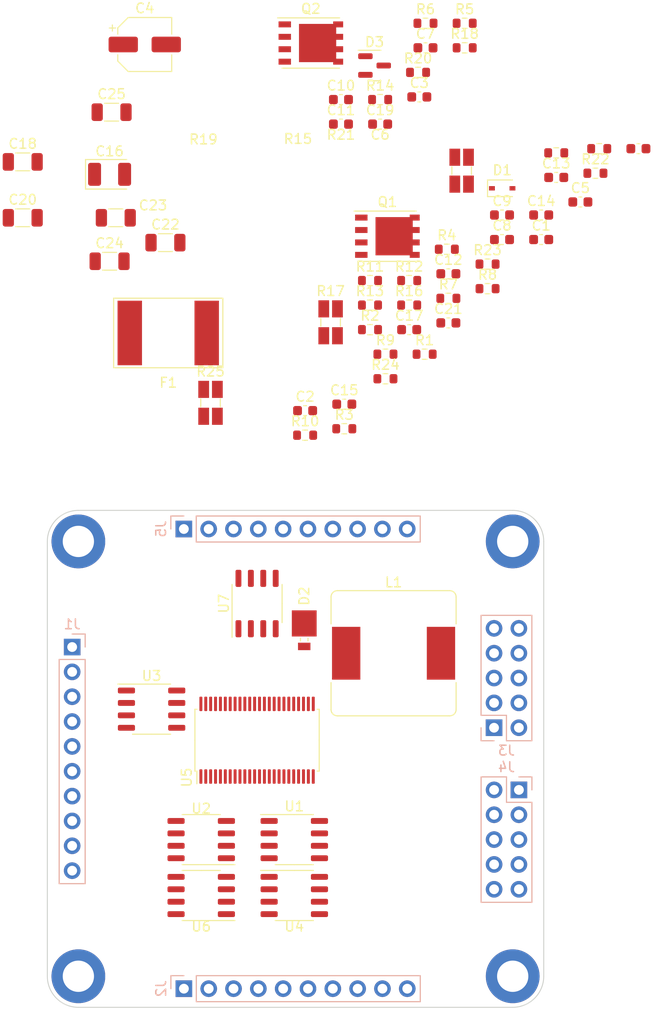
<source format=kicad_pcb>
(kicad_pcb (version 20211014) (generator pcbnew)
  (layers (0 "F.Cu" signal) (31 "B.Cu" signal) (34 "B.Paste" user) (35 "F.Paste" user) (36 "B.SilkS" user "B.Silkscreen") (37 "F.SilkS" user "F.Silkscreen") (38 "B.Mask" user) (39 "F.Mask" user) (44 "Edge.Cuts" user))
  (net 0 "")
  (net 1 "Net-(C1-Pad1)")
  (net 2 "/GND")
  (net 3 "Net-(C2-Pad1)")
  (net 4 "Net-(C3-Pad1)")
  (net 5 "/Vin")
  (net 6 "/MODE")
  (net 7 "/VPLUS")
  (net 8 "/DCDIV")
  (net 9 "Net-(C9-Pad1)")
  (net 10 "Net-(C10-Pad1)")
  (net 11 "Net-(C11-Pad1)")
  (net 12 "Net-(C12-Pad1)")
  (net 13 "/CLP")
  (net 14 "Net-(C14-Pad1)")
  (net 15 "Net-(C15-Pad1)")
  (net 16 "/VCC")
  (net 17 "Net-(C17-Pad1)")
  (net 18 "Net-(C17-Pad2)")
  (net 19 "Net-(C18-Pad1)")
  (net 20 "/LOPWR")
  (net 21 "/DCSUPPLY")
  (net 22 "/CHG_OUT")
  (net 23 "/V_B1")
  (net 24 "/V_B2")
  (net 25 "Net-(D3-Pad3)")
  (net 26 "/Vin_1")
  (net 27 "/SCL_B1")
  (net 28 "/SDA_B1")
  (net 29 "/SCL_B2")
  (net 30 "/SDA_B2")
  (net 31 "/SCP")
  (net 32 "/SCN")
  (net 33 "/~{BAT_EN1}")
  (net 34 "/SCL")
  (net 35 "/SDA")
  (net 36 "/DCOUT")
  (net 37 "Net-(L1-Pad2)")
  (net 38 "/~{BAT_EN2}")
  (net 39 "/INTB")
  (net 40 "/TH1B")
  (net 41 "/TH1A")
  (net 42 "/TH2B")
  (net 43 "/TH2A")
  (net 44 "Net-(R14-Pad2)")
  (net 45 "Net-(R18-Pad1)")
  (net 46 "/DCSUM")
  (net 47 "/ILIMT")
  (net 48 "/VLIM")
  (net 49 "Net-(R25-Pad2)")
  (net 50 "Net-(U5-Pad6)")
  (net 51 "Net-(U5-Pad7)")
  (net 52 "Net-(U5-Pad9)")
  (net 53 "Net-(U5-Pad11)")
  (net 54 "Net-(U6-Pad1)")
  (net 55 "Net-(U5-Pad45)")
  (net 56 "Net-(U5-Pad46)")
  (net 57 "Net-(U5-Pad48)")
  (net 58 "Net-(U5-Pad47)")
  (net 59 "Net-(U3-Pad1)")
  (net 60 "Net-(U5-Pad8)")
  (net 61 "Net-(U5-Pad10)")
  (net 62 "Net-(U5-Pad39)")
  (net 63 "Net-(U5-Pad44)")
  (net 64 "Net-(U6-Pad3)")
  (net 65 "Net-(Q1-Pad1)")
  (net 66 "Net-(R10-Pad1)")
  (net 67 "Net-(Q2-Pad1)")
  (net 68 "Net-(R12-Pad1)")
  (footprint "Capacitor_SMD:C_0603_1608Metric" (layer "F.Cu") (at 147.523 29.76)
    (fp_text reference "C10" (at 0 -1.43) (layer "F.SilkS"))
    (fp_text value "0.012uF")
    (pad "1" smd roundrect locked (at -0.775 0) (size 0.9 0.95) (layers "F.Cu" "F.Paste" "F.Mask") (net 10 "Net-(C10-Pad1)"))
    (pad "2" smd roundrect locked (at 0.775 0) (size 0.9 0.95) (layers "F.Cu" "F.Paste" "F.Mask") (net 2 "/GND"))
  )
  (footprint "Resistor_SMD:R_0603_1608Metric" (layer "F.Cu") (at 162.525 46.58)
    (fp_text reference "R23" (at 0 -1.43) (layer "F.SilkS"))
    (fp_text value "1k 1%")
    (pad "1" smd roundrect locked (at -0.825 0) (size 0.8 0.95) (layers "F.Cu" "F.Paste" "F.Mask") (net 25 "Net-(D3-Pad3)"))
    (pad "2" smd roundrect locked (at 0.825 0) (size 0.8 0.95) (layers "F.Cu" "F.Paste" "F.Mask") (net 16 "/VCC"))
  )
  (footprint "Resistor_SMD:R_0603_1608Metric" (layer "F.Cu") (at 154.505 50.77)
    (fp_text reference "R16" (at 0 -1.43) (layer "F.SilkS"))
    (fp_text value "510k 1%")
    (pad "1" smd roundrect locked (at -0.825 0) (size 0.8 0.95) (layers "F.Cu" "F.Paste" "F.Mask") (net 67 "Net-(Q2-Pad1)"))
    (pad "2" smd roundrect locked (at 0.825 0) (size 0.8 0.95) (layers "F.Cu" "F.Paste" "F.Mask") (net 38 "/~{BAT_EN2}"))
  )
  (footprint "Capacitor_SMD:C_0603_1608Metric" (layer "F.Cu") (at 164.005 41.56)
    (fp_text reference "C9" (at 0 -1.43) (layer "F.SilkS"))
    (fp_text value "0.1uF")
    (pad "1" smd roundrect locked (at -0.775 0) (size 0.9 0.95) (layers "F.Cu" "F.Paste" "F.Mask") (net 9 "Net-(C9-Pad1)"))
    (pad "2" smd roundrect locked (at 0.775 0) (size 0.9 0.95) (layers "F.Cu" "F.Paste" "F.Mask") (net 2 "/GND"))
  )
  (footprint "MountingHole:MountingHole_3.2mm_M3_ISO14580_Pad_TopBottom" (layer "F.Cu") (at 165.1 119.38)
    (fp_text reference "H1" (at 0 0) (layer "F.SilkS"))
    (fp_text value "MountingHole_Pad")
    (pad "1" connect circle locked (at 0 0) (size 5.5 5.5) (layers "F.Cu" "F.Mask") (net 2 "/GND"))
    (pad "1" thru_hole circle locked (at 0 0) (size 3.6 3.6) (drill 3.2) (layers *.Cu *.Mask) (net 2 "/GND"))
    (pad "1" connect circle locked (at 0 0) (size 5.5 5.5) (layers "B.Cu" "B.Mask") (net 2 "/GND"))
  )
  (footprint "Resistor_SMD:R_0603_1608Metric" (layer "F.Cu") (at 156.173 21.96)
    (fp_text reference "R6" (at 0 -1.43) (layer "F.SilkS"))
    (fp_text value "15k 1%")
    (pad "1" smd roundrect locked (at -0.825 0) (size 0.8 0.95) (layers "F.Cu" "F.Paste" "F.Mask") (net 6 "/MODE"))
    (pad "2" smd roundrect locked (at 0.825 0) (size 0.8 0.95) (layers "F.Cu" "F.Paste" "F.Mask") (net 39 "/INTB"))
  )
  (footprint "Resistor_SMD:R_0603_1608Metric" (layer "F.Cu") (at 156.085 55.79)
    (fp_text reference "R1" (at 0 -1.43) (layer "F.SilkS"))
    (fp_text value "3.3k 1%")
    (pad "1" smd roundrect locked (at -0.825 0) (size 0.8 0.95) (layers "F.Cu" "F.Paste" "F.Mask") (net 3 "Net-(C2-Pad1)"))
    (pad "2" smd roundrect locked (at 0.825 0) (size 0.8 0.95) (layers "F.Cu" "F.Paste" "F.Mask") (net 1 "Net-(C1-Pad1)"))
  )
  (footprint "Package_SO:SO-8_3.9x4.9mm_P1.27mm" (layer "F.Cu") (at 133.223 105.41 180)
    (fp_text reference "U2" (at 0 3.175) (layer "F.SilkS"))
    (fp_text value "FDS6990")
    (pad "1" smd roundrect locked (at -2.575 -1.905 180) (size 1.75 0.6) (layers "F.Cu" "F.Paste" "F.Mask") (net 55 "Net-(U5-Pad45)"))
    (pad "2" smd roundrect locked (at -2.575 -0.635 180) (size 1.75 0.6) (layers "F.Cu" "F.Paste" "F.Mask") (net 56 "Net-(U5-Pad46)"))
    (pad "3" smd roundrect locked (at -2.575 0.635 180) (size 1.75 0.6) (layers "F.Cu" "F.Paste" "F.Mask") (net 57 "Net-(U5-Pad48)"))
    (pad "4" smd roundrect locked (at -2.575 1.905 180) (size 1.75 0.6) (layers "F.Cu" "F.Paste" "F.Mask") (net 58 "Net-(U5-Pad47)"))
    (pad "5" smd roundrect locked (at 2.575 1.905 180) (size 1.75 0.6) (layers "F.Cu" "F.Paste" "F.Mask") (net 24 "/V_B2"))
    (pad "6" smd roundrect locked (at 2.575 0.635 180) (size 1.75 0.6) (layers "F.Cu" "F.Paste" "F.Mask") (net 24 "/V_B2"))
    (pad "7" smd roundrect locked (at 2.575 -0.635 180) (size 1.75 0.6) (layers "F.Cu" "F.Paste" "F.Mask") (net 23 "/V_B1"))
    (pad "8" smd roundrect locked (at 2.575 -1.905 180) (size 1.75 0.6) (layers "F.Cu" "F.Paste" "F.Mask") (net 23 "/V_B1"))
  )
  (footprint "Package_TO_SOT_SMD:SOT-23" (layer "F.Cu") (at 150.963 26.28)
    (fp_text reference "D3" (at 0 -2.4) (layer "F.SilkS"))
    (fp_text value "BAT54A")
    (pad "1" smd roundrect locked (at -0.9375 -0.95) (size 1.475 0.6) (layers "F.Cu" "F.Paste" "F.Mask") (net 23 "/V_B1"))
    (pad "2" smd roundrect locked (at -0.9375 0.95) (size 1.475 0.6) (layers "F.Cu" "F.Paste" "F.Mask") (net 24 "/V_B2"))
    (pad "3" smd roundrect locked (at 0.9375 0) (size 1.475 0.6) (layers "F.Cu" "F.Paste" "F.Mask") (net 25 "Net-(D3-Pad3)"))
  )
  (footprint "Diode_SMD:D_Powermite_AK" (layer "F.Cu") (at 143.764 84.0105 -90)
    (fp_text reference "D2" (at -3.4925 0 90) (layer "F.SilkS"))
    (fp_text value "MBRM140T3")
    (pad "1" smd rect locked (at -0.6985 0 270) (size 2.67 2.54) (layers "F.Cu" "F.Paste" "F.Mask") (net 17 "Net-(C17-Pad1)"))
    (pad "2" smd rect locked (at 1.6525 0 270) (size 0.762 1.27) (layers "F.Cu" "F.Paste" "F.Mask") (net 2 "/GND"))
  )
  (footprint "Package_SO:SO-8_3.9x4.9mm_P1.27mm" (layer "F.Cu") (at 128.143 92.075)
    (fp_text reference "U3" (at 0 -3.4) (layer "F.SilkS"))
    (fp_text value "FDS4935BZ")
    (pad "1" smd roundrect locked (at -2.575 -1.905) (size 1.75 0.6) (layers "F.Cu" "F.Paste" "F.Mask") (net 59 "Net-(U3-Pad1)"))
    (pad "2" smd roundrect locked (at -2.575 -0.635) (size 1.75 0.6) (layers "F.Cu" "F.Paste" "F.Mask") (net 51 "Net-(U5-Pad7)"))
    (pad "3" smd roundrect locked (at -2.575 0.635) (size 1.75 0.6) (layers "F.Cu" "F.Paste" "F.Mask") (net 59 "Net-(U3-Pad1)"))
    (pad "4" smd roundrect locked (at -2.575 1.905) (size 1.75 0.6) (layers "F.Cu" "F.Paste" "F.Mask") (net 50 "Net-(U5-Pad6)"))
    (pad "5" smd roundrect locked (at 2.575 1.905) (size 1.75 0.6) (layers "F.Cu" "F.Paste" "F.Mask") (net 46 "/DCSUM"))
    (pad "6" smd roundrect locked (at 2.575 0.635) (size 1.75 0.6) (layers "F.Cu" "F.Paste" "F.Mask") (net 46 "/DCSUM"))
    (pad "7" smd roundrect locked (at 2.575 -0.635) (size 1.75 0.6) (layers "F.Cu" "F.Paste" "F.Mask") (net 21 "/DCSUPPLY"))
    (pad "8" smd roundrect locked (at 2.575 -1.905) (size 1.75 0.6) (layers "F.Cu" "F.Paste" "F.Mask") (net 21 "/DCSUPPLY"))
  )
  (footprint "Capacitor_SMD:C_0603_1608Metric" (layer "F.Cu") (at 169.555 37.72)
    (fp_text reference "C13" (at 0 -1.43) (layer "F.SilkS"))
    (fp_text value "0.1uF")
    (pad "1" smd roundrect locked (at -0.775 0) (size 0.9 0.95) (layers "F.Cu" "F.Paste" "F.Mask") (net 2 "/GND"))
    (pad "2" smd roundrect locked (at 0.775 0) (size 0.9 0.95) (layers "F.Cu" "F.Paste" "F.Mask") (net 12 "Net-(C12-Pad1)"))
  )
  (footprint "Package_SO:SO-8_3.9x4.9mm_P1.27mm" (layer "F.Cu") (at 142.748 105.41)
    (fp_text reference "U1" (at 0 -3.4) (layer "F.SilkS"))
    (fp_text value "FDS6990")
    (pad "1" smd roundrect locked (at -2.575 -1.905) (size 1.75 0.6) (layers "F.Cu" "F.Paste" "F.Mask") (net 57 "Net-(U5-Pad48)"))
    (pad "2" smd roundrect locked (at -2.575 -0.635) (size 1.75 0.6) (layers "F.Cu" "F.Paste" "F.Mask") (net 58 "Net-(U5-Pad47)"))
    (pad "3" smd roundrect locked (at -2.575 0.635) (size 1.75 0.6) (layers "F.Cu" "F.Paste" "F.Mask") (net 55 "Net-(U5-Pad45)"))
    (pad "4" smd roundrect locked (at -2.575 1.905) (size 1.75 0.6) (layers "F.Cu" "F.Paste" "F.Mask") (net 56 "Net-(U5-Pad46)"))
    (pad "5" smd roundrect locked (at 2.575 1.905) (size 1.75 0.6) (layers "F.Cu" "F.Paste" "F.Mask") (net 22 "/CHG_OUT"))
    (pad "6" smd roundrect locked (at 2.575 0.635) (size 1.75 0.6) (layers "F.Cu" "F.Paste" "F.Mask") (net 22 "/CHG_OUT"))
    (pad "7" smd roundrect locked (at 2.575 -0.635) (size 1.75 0.6) (layers "F.Cu" "F.Paste" "F.Mask") (net 22 "/CHG_OUT"))
    (pad "8" smd roundrect locked (at 2.575 -1.905) (size 1.75 0.6) (layers "F.Cu" "F.Paste" "F.Mask") (net 22 "/CHG_OUT"))
  )
  (footprint "Capacitor_SMD:CP_Elec_5x5.3" (layer "F.Cu") (at 127.443 24.13)
    (fp_text reference "C4" (at 0 -3.7) (layer "F.SilkS"))
    (fp_text value "10 uF 50V")
    (pad "1" smd roundrect locked (at -2.2 0) (size 3 1.6) (layers "F.Cu" "F.Paste" "F.Mask") (roundrect_rratio 0.15625) (net 5 "/Vin"))
    (pad "2" smd roundrect locked (at 2.2 0) (size 3 1.6) (layers "F.Cu" "F.Paste" "F.Mask") (roundrect_rratio 0.15625) (net 2 "/GND"))
  )
  (footprint "Diode_SMD:D_SOD-323" (layer "F.Cu") (at 164.025 38.83)
    (fp_text reference "D1" (at 0 -1.85) (layer "F.SilkS"))
    (fp_text value "CMDSH-3")
    (pad "1" smd rect locked (at -1.05 0) (size 0.6 0.45) (layers "F.Cu" "F.Paste" "F.Mask") (net 18 "Net-(C17-Pad2)"))
    (pad "2" smd rect locked (at 1.05 0) (size 0.6 0.45) (layers "F.Cu" "F.Paste" "F.Mask") (net 16 "/VCC"))
  )
  (footprint "Capacitor_SMD:C_0603_1608Metric" (layer "F.Cu") (at 156.173 24.47)
    (fp_text reference "C7" (at 0 -1.43) (layer "F.SilkS"))
    (fp_text value "0.1uF")
    (pad "1" smd roundrect locked (at -0.775 0) (size 0.9 0.95) (layers "F.Cu" "F.Paste" "F.Mask") (net 2 "/GND"))
    (pad "2" smd roundrect locked (at 0.775 0) (size 0.9 0.95) (layers "F.Cu" "F.Paste" "F.Mask") (net 5 "/Vin"))
  )
  (footprint "Package_SO:SO-8_3.9x4.9mm_P1.27mm" (layer "F.Cu") (at 138.938 81.28 90)
    (fp_text reference "U7" (at 0 -3.4 90) (layer "F.SilkS"))
    (fp_text value "FDS6990")
    (pad "1" smd roundrect locked (at -2.575 -1.905 90) (size 1.75 0.6) (layers "F.Cu" "F.Paste" "F.Mask") (net 17 "Net-(C17-Pad1)"))
    (pad "2" smd roundrect locked (at -2.575 -0.635 90) (size 1.75 0.6) (layers "F.Cu" "F.Paste" "F.Mask") (net 63 "Net-(U5-Pad44)"))
    (pad "3" smd roundrect locked (at -2.575 0.635 90) (size 1.75 0.6) (layers "F.Cu" "F.Paste" "F.Mask") (net 2 "/GND"))
    (pad "4" smd roundrect locked (at -2.575 1.905 90) (size 1.75 0.6) (layers "F.Cu" "F.Paste" "F.Mask") (net 62 "Net-(U5-Pad39)"))
    (pad "5" smd roundrect locked (at 2.575 1.905 90) (size 1.75 0.6) (layers "F.Cu" "F.Paste" "F.Mask") (net 17 "Net-(C17-Pad1)"))
    (pad "6" smd roundrect locked (at 2.575 0.635 90) (size 1.75 0.6) (layers "F.Cu" "F.Paste" "F.Mask") (net 17 "Net-(C17-Pad1)"))
    (pad "7" smd roundrect locked (at 2.575 -0.635 90) (size 1.75 0.6) (layers "F.Cu" "F.Paste" "F.Mask") (net 21 "/DCSUPPLY"))
    (pad "8" smd roundrect locked (at 2.575 -1.905 90) (size 1.75 0.6) (layers "F.Cu" "F.Paste" "F.Mask") (net 21 "/DCSUPPLY"))
  )
  (footprint "Capacitor_SMD:C_1206_3216Metric" (layer "F.Cu") (at 129.56 44.385)
    (fp_text reference "C22" (at 0 -1.85) (layer "F.SilkS"))
    (fp_text value "10uF")
    (pad "1" smd roundrect locked (at -1.475 0) (size 1.15 1.8) (layers "F.Cu" "F.Paste" "F.Mask") (roundrect_rratio 0.217391) (net 21 "/DCSUPPLY"))
    (pad "2" smd roundrect locked (at 1.475 0) (size 1.15 1.8) (layers "F.Cu" "F.Paste" "F.Mask") (roundrect_rratio 0.217391) (net 2 "/GND"))
  )
  (footprint "Capacitor_SMD:C_0603_1608Metric" (layer "F.Cu") (at 158.515 52.59)
    (fp_text reference "C21" (at 0 -1.43) (layer "F.SilkS"))
    (fp_text value "100pF")
    (pad "1" smd roundrect locked (at -0.775 0) (size 0.9 0.95) (layers "F.Cu" "F.Paste" "F.Mask") (net 20 "/LOPWR"))
    (pad "2" smd roundrect locked (at 0.775 0) (size 0.9 0.95) (layers "F.Cu" "F.Paste" "F.Mask") (net 2 "/GND"))
  )
  (footprint "Package_SO:PowerPAK_SO-8_Single" (layer "F.Cu") (at 144.443 23.98)
    (fp_text reference "Q2" (at 0 -3.5) (layer "F.SilkS"))
    (fp_text value "Si7141DP")
    (pad "1" smd rect locked (at -2.67 -1.905) (size 1.27 0.61) (layers "F.Cu" "F.Paste" "F.Mask") (net 67 "Net-(Q2-Pad1)"))
    (pad "2" smd rect locked (at -2.67 -0.635) (size 1.27 0.61) (layers "F.Cu" "F.Paste" "F.Mask") (net 67 "Net-(Q2-Pad1)"))
    (pad "3" smd rect locked (at -2.67 0.635) (size 1.27 0.61) (layers "F.Cu" "F.Paste" "F.Mask") (net 67 "Net-(Q2-Pad1)"))
    (pad "4" smd rect locked (at -2.67 1.905) (size 1.27 0.61) (layers "F.Cu" "F.Paste" "F.Mask") (net 38 "/~{BAT_EN2}"))
    (pad "5" smd rect locked (at 0.69 0) (size 3.81 3.91) (layers "F.Cu" "F.Paste" "F.Mask") (net 24 "/V_B2"))
    (pad "5" smd rect locked (at 2.795 1.905) (size 1.02 0.61) (layers "F.Cu" "F.Paste" "F.Mask") (net 24 "/V_B2"))
    (pad "5" smd rect locked (at 2.795 -0.635) (size 1.02 0.61) (layers "F.Cu" "F.Paste" "F.Mask") (net 24 "/V_B2"))
    (pad "5" smd rect locked (at 2.795 0.635) (size 1.02 0.61) (layers "F.Cu" "F.Paste" "F.Mask") (net 24 "/V_B2"))
    (pad "5" smd rect locked (at 2.795 -1.905) (size 1.02 0.61) (layers "F.Cu" "F.Paste" "F.Mask") (net 24 "/V_B2"))
  )
  (footprint "Resistor_SMD:R_0603_1608Metric" (layer "F.Cu") (at 150.495 48.26)
    (fp_text reference "R11" (at 0 -1.43) (layer "F.SilkS"))
    (fp_text value "1.13k 1%")
    (pad "1" smd roundrect locked (at -0.825 0) (size 0.8 0.95) (layers "F.Cu" "F.Paste" "F.Mask") (net 66 "Net-(R10-Pad1)"))
    (pad "2" smd roundrect locked (at 0.825 0) (size 0.8 0.95) (layers "F.Cu" "F.Paste" "F.Mask") (net 41 "/TH1A"))
  )
  (footprint "ProjectFootprints:MF-GSMF" (layer "F.Cu") (at 129.848 53.621)
    (fp_text reference "F1" (at 0 5.08 unlocked) (layer "F.SilkS"))
    (fp_text value "3A 36V")
    (pad "1" smd rect (at -3.937 0) (size 2.5 6.6) (layers "F.Cu" "F.Paste" "F.Mask") (net 19 "Net-(C18-Pad1)"))
    (pad "2" smd rect (at 3.937 0) (size 2.5 6.6) (layers "F.Cu" "F.Paste" "F.Mask") (net 26 "/Vin_1"))
  )
  (footprint "Capacitor_Tantalum_SMD:CP_EIA-3528-15_AVX-H" (layer "F.Cu") (at 123.845 37.4)
    (fp_text reference "C16" (at 0 -2.35) (layer "F.SilkS"))
    (fp_text value "4.7uF")
    (pad "1" smd roundrect locked (at -1.5375 0) (size 1.325 2.35) (layers "F.Cu" "F.Paste" "F.Mask") (roundrect_rratio 0.188679) (net 16 "/VCC"))
    (pad "2" smd roundrect locked (at 1.5375 0) (size 1.325 2.35) (layers "F.Cu" "F.Paste" "F.Mask") (roundrect_rratio 0.188679) (net 2 "/GND"))
  )
  (footprint "Resistor_SMD:R_0603_1608Metric" (layer "F.Cu") (at 158.515 50.08)
    (fp_text reference "R7" (at 0 -1.43) (layer "F.SilkS"))
    (fp_text value "1.21k 1%")
    (pad "1" smd roundrect locked (at -0.825 0) (size 0.8 0.95) (layers "F.Cu" "F.Paste" "F.Mask") (net 2 "/GND"))
    (pad "2" smd roundrect locked (at 0.825 0) (size 0.8 0.95) (layers "F.Cu" "F.Paste" "F.Mask") (net 8 "/DCDIV"))
  )
  (footprint "Resistor_SMD:R_0603_1608Metric" (layer "F.Cu") (at 152.075 58.3)
    (fp_text reference "R24" (at 0 -1.43) (layer "F.SilkS"))
    (fp_text value "280k 1%")
    (pad "1" smd roundrect locked (at -0.825 0) (size 0.8 0.95) (layers "F.Cu" "F.Paste" "F.Mask") (net 20 "/LOPWR"))
    (pad "2" smd roundrect locked (at 0.825 0) (size 0.8 0.95) (layers "F.Cu" "F.Paste" "F.Mask") (net 19 "Net-(C18-Pad1)"))
  )
  (footprint "Capacitor_SMD:C_0603_1608Metric" (layer "F.Cu") (at 154.505 53.28)
    (fp_text reference "C17" (at 0 -1.43) (layer "F.SilkS"))
    (fp_text value "0.22 uF")
    (pad "1" smd roundrect locked (at -0.775 0) (size 0.9 0.95) (layers "F.Cu" "F.Paste" "F.Mask") (net 17 "Net-(C17-Pad1)"))
    (pad "2" smd roundrect locked (at 0.775 0) (size 0.9 0.95) (layers "F.Cu" "F.Paste" "F.Mask") (net 18 "Net-(C17-Pad2)"))
  )
  (footprint "Resistor_SMD:R_0603_1608Metric" (layer "F.Cu") (at 160.183 24.47)
    (fp_text reference "R18" (at 0 -1.43) (layer "F.SilkS"))
    (fp_text value "100 1%")
    (pad "1" smd roundrect locked (at -0.825 0) (size 0.8 0.95) (layers "F.Cu" "F.Paste" "F.Mask") (net 45 "Net-(R18-Pad1)"))
    (pad "2" smd roundrect locked (at 0.825 0) (size 0.8 0.95) (layers "F.Cu" "F.Paste" "F.Mask") (net 15 "Net-(C15-Pad1)"))
  )
  (footprint "Resistor_SMD:R_0603_1608Metric" (layer "F.Cu") (at 150.495 53.28)
    (fp_text reference "R2" (at 0 -1.43) (layer "F.SilkS"))
    (fp_text value "15k 1%")
    (pad "1" smd roundrect locked (at -0.825 0) (size 0.8 0.95) (layers "F.Cu" "F.Paste" "F.Mask") (net 6 "/MODE"))
    (pad "2" smd roundrect locked (at 0.825 0) (size 0.8 0.95) (layers "F.Cu" "F.Paste" "F.Mask") (net 35 "/SDA"))
  )
  (footprint "Capacitor_SMD:C_0603_1608Metric" (layer "F.Cu") (at 158.515 47.57)
    (fp_text reference "C12" (at 0 -1.43) (layer "F.SilkS"))
    (fp_text value "0.1uF")
    (pad "1" smd roundrect locked (at -0.775 0) (size 0.9 0.95) (layers "F.Cu" "F.Paste" "F.Mask") (net 12 "Net-(C12-Pad1)"))
    (pad "2" smd roundrect locked (at 0.775 0) (size 0.9 0.95) (layers "F.Cu" "F.Paste" "F.Mask") (net 13 "/CLP"))
  )
  (footprint "Resistor_SMD:R_0603_1608Metric" (layer "F.Cu") (at 162.525 49.09)
    (fp_text reference "R8" (at 0 -1.43) (layer "F.SilkS"))
    (fp_text value "51k 1%")
    (pad "1" smd roundrect locked (at -0.825 0) (size 0.8 0.95) (layers "F.Cu" "F.Paste" "F.Mask") (net 11 "Net-(C11-Pad1)"))
    (pad "2" smd roundrect locked (at 0.825 0) (size 0.8 0.95) (layers "F.Cu" "F.Paste" "F.Mask") (net 10 "Net-(C10-Pad1)"))
  )
  (footprint "Resistor_SMD:R_0603_1608Metric" (layer "F.Cu") (at 158.355 45.06)
    (fp_text reference "R4" (at 0 -1.43) (layer "F.SilkS"))
    (fp_text value "15k 1%")
    (pad "1" smd roundrect locked (at -0.825 0) (size 0.8 0.95) (layers "F.Cu" "F.Paste" "F.Mask") (net 6 "/MODE"))
    (pad "2" smd roundrect locked (at 0.825 0) (size 0.8 0.95) (layers "F.Cu" "F.Paste" "F.Mask") (net 34 "/SCL"))
  )
  (footprint "Package_SO:SO-8_3.9x4.9mm_P1.27mm" (layer "F.Cu") (at 133.223 111.125 180)
    (fp_text reference "U6" (at 0 -3.175) (layer "F.SilkS"))
    (fp_text value "FDS4935BZ")
    (pad "1" smd roundrect locked (at -2.575 -1.905 180) (size 1.75 0.6) (layers "F.Cu" "F.Paste" "F.Mask") (net 54 "Net-(U6-Pad1)"))
    (pad "2" smd roundrect locked (at -2.575 -0.635 180) (size 1.75 0.6) (layers "F.Cu" "F.Paste" "F.Mask") (net 53 "Net-(U5-Pad11)"))
    (pad "3" smd roundrect locked (at -2.575 0.635 180) (size 1.75 0.6) (layers "F.Cu" "F.Paste" "F.Mask") (net 64 "Net-(U6-Pad3)"))
    (pad "4" smd roundrect locked (at -2.575 1.905 180) (size 1.75 0.6) (layers "F.Cu" "F.Paste" "F.Mask") (net 52 "Net-(U5-Pad9)"))
    (pad "5" smd roundrect locked (at 2.575 1.905 180) (size 1.75 0.6) (layers "F.Cu" "F.Paste" "F.Mask") (net 23 "/V_B1"))
    (pad "6" smd roundrect locked (at 2.575 0.635 180) (size 1.75 0.6) (layers "F.Cu" "F.Paste" "F.Mask") (net 23 "/V_B1"))
    (pad "7" smd roundrect locked (at 2.575 -0.635 180) (size 1.75 0.6) (layers "F.Cu" "F.Paste" "F.Mask") (net 24 "/V_B2"))
    (pad "8" smd roundrect locked (at 2.575 -1.905 180) (size 1.75 0.6) (layers "F.Cu" "F.Paste" "F.Mask") (net 24 "/V_B2"))
  )
  (footprint "ProjectFootprints:Ohmite_LVK12_1234" (layer "F.Cu") (at 146.465 52.53)
    (fp_text reference "R17" (at 0 -3.2 180) (layer "F.SilkS"))
    (fp_text value "0.033 1%")
    (pad "1" smd rect locked (at -0.7 1.375) (size 1.1 1.75) (layers "F.Cu" "F.Paste" "F.Mask") (net 5 "/Vin"))
    (pad "2" smd rect locked (at 0.7 1.375) (size 1.1 1.75) (layers "F.Cu" "F.Paste" "F.Mask") (net 44 "Net-(R14-Pad2)"))
    (pad "3" smd rect locked (at 0.7 -1.375) (size 1.1 1.75) (layers "F.Cu" "F.Paste" "F.Mask") (net 12 "Net-(C12-Pad1)"))
    (pad "4" smd rect locked (at -0.7 -1.375) (size 1.1 1.75) (layers "F.Cu" "F.Paste" "F.Mask") (net 21 "/DCSUPPLY"))
  )
  (footprint "Capacitor_SMD:C_0603_1608Metric" (layer "F.Cu") (at 172.025 40.23)
    (fp_text reference "C5" (at 0 -1.43) (layer "F.SilkS"))
    (fp_text value "0.1uF")
    (pad "1" smd roundrect locked (at -0.775 0) (size 0.9 0.95) (layers "F.Cu" "F.Paste" "F.Mask") (net 2 "/GND"))
    (pad "2" smd roundrect locked (at 0.775 0) (size 0.9 0.95) (layers "F.Cu" "F.Paste" "F.Mask") (net 6 "/MODE"))
  )
  (footprint "Capacitor_SMD:C_1206_3216Metric" (layer "F.Cu") (at 124.05 31.05)
    (fp_text reference "C25" (at 0 -1.85) (layer "F.SilkS"))
    (fp_text value "10uF")
    (pad "1" smd roundrect locked (at -1.475 0) (size 1.15 1.8) (layers "F.Cu" "F.Paste" "F.Mask") (roundrect_rratio 0.217391) (net 22 "/CHG_OUT"))
    (pad "2" smd roundrect locked (at 1.475 0) (size 1.15 1.8) (layers "F.Cu" "F.Paste" "F.Mask") (roundrect_rratio 0.217391) (net 2 "/GND"))
  )
  (footprint "Capacitor_SMD:C_0603_1608Metric" (layer "F.Cu") (at 177.965 34.78)
    (fp_text reference "C6" (at -26.432 -1.43) (layer "F.SilkS"))
    (fp_text value "1uF")
    (pad "1" smd roundrect locked (at -0.775 0) (size 0.9 0.95) (layers "F.Cu" "F.Paste" "F.Mask") (net 7 "/VPLUS"))
    (pad "2" smd roundrect locked (at 0.775 0) (size 0.9 0.95) (layers "F.Cu" "F.Paste" "F.Mask") (net 2 "/GND"))
  )
  (footprint "Capacitor_SMD:C_0603_1608Metric" (layer "F.Cu") (at 168.015 41.56)
    (fp_text reference "C14" (at 0 -1.43) (layer "F.SilkS"))
    (fp_text value "0.47 uF")
    (pad "1" smd roundrect locked (at -0.775 0) (size 0.9 0.95) (layers "F.Cu" "F.Paste" "F.Mask") (net 14 "Net-(C14-Pad1)"))
    (pad "2" smd roundrect locked (at 0.775 0) (size 0.9 0.95) (layers "F.Cu" "F.Paste" "F.Mask") (net 2 "/GND"))
  )
  (footprint "Capacitor_SMD:C_0603_1608Metric" (layer "F.Cu") (at 164.005 44.07)
    (fp_text reference "C8" (at 0 -1.43) (layer "F.SilkS"))
    (fp_text value "100pF")
    (pad "1" smd roundrect locked (at -0.775 0) (size 0.9 0.95) (layers "F.Cu" "F.Paste" "F.Mask") (net 8 "/DCDIV"))
    (pad "2" smd roundrect locked (at 0.775 0) (size 0.9 0.95) (layers "F.Cu" "F.Paste" "F.Mask") (net 2 "/GND"))
  )
  (footprint "Resistor_SMD:R_0603_1608Metric" (layer "F.Cu") (at 155.413 26.98)
    (fp_text reference "R20" (at 0 -1.43) (layer "F.SilkS"))
    (fp_text value "34k 1% 0603")
    (pad "1" smd roundrect locked (at -0.825 0) (size 0.8 0.95) (layers "F.Cu" "F.Paste" "F.Mask") (net 2 "/GND"))
    (pad "2" smd roundrect locked (at 0.825 0) (size 0.8 0.95) (layers "F.Cu" "F.Paste" "F.Mask") (net 20 "/LOPWR"))
  )
  (footprint "MountingHole:MountingHole_3.2mm_M3_ISO14580_Pad_TopBottom" (layer "F.Cu") (at 120.65 119.38)
    (fp_text reference "H2" (at 0 0) (layer "F.SilkS"))
    (fp_text value "MountingHole_Pad")
    (pad "1" thru_hole circle locked (at 0 0) (size 3.6 3.6) (drill 3.2) (layers *.Cu *.Mask) (net 2 "/GND"))
    (pad "1" connect circle locked (at 0 0) (size 5.5 5.5) (layers "F.Cu" "F.Mask") (net 2 "/GND"))
    (pad "1" connect circle locked (at 0 0) (size 5.5 5.5) (layers "B.Cu" "B.Mask") (net 2 "/GND"))
  )
  (footprint "Capacitor_SMD:C_1206_3216Metric" (layer "F.Cu") (at 114.955 41.845)
    (fp_text reference "C20" (at 0 -1.85) (layer "F.SilkS"))
    (fp_text value "10uF")
    (pad "1" smd roundrect locked (at -1.475 0) (size 1.15 1.8) (layers "F.Cu" "F.Paste" "F.Mask") (roundrect_rratio 0.217391) (net 19 "Net-(C18-Pad1)"))
    (pad "2" smd roundrect locked (at 1.475 0) (size 1.15 1.8) (layers "F.Cu" "F.Paste" "F.Mask") (roundrect_rratio 0.217391) (net 2 "/GND"))
  )
  (footprint "Package_SO:SO-8_3.9x4.9mm_P1.27mm" (layer "F.Cu") (at 142.748 111.125)
    (fp_text reference "U4" (at 0 3.175) (layer "F.SilkS"))
    (fp_text value "FDS4935BZ")
    (pad "1" smd roundrect locked (at -2.575 -1.905) (size 1.75 0.6) (layers "F.Cu" "F.Paste" "F.Mask") (net 64 "Net-(U6-Pad3)"))
    (pad "2" smd roundrect locked (at -2.575 -0.635) (size 1.75 0.6) (layers "F.Cu" "F.Paste" "F.Mask") (net 60 "Net-(U5-Pad8)"))
    (pad "3" smd roundrect locked (at -2.575 0.635) (size 1.75 0.6) (layers "F.Cu" "F.Paste" "F.Mask") (net 54 "Net-(U6-Pad1)"))
    (pad "4" smd roundrect locked (at -2.575 1.905) (size 1.75 0.6) (layers "F.Cu" "F.Paste" "F.Mask") (net 61 "Net-(U5-Pad10)"))
    (pad "5" smd roundrect locked (at 2.575 1.905) (size 1.75 0.6) (layers "F.Cu" "F.Paste" "F.Mask") (net 46 "/DCSUM"))
    (pad "6" smd roundrect locked (at 2.575 0.635) (size 1.75 0.6) (layers "F.Cu" "F.Paste" "F.Mask") (net 46 "/DCSUM"))
    (pad "7" smd roundrect locked (at 2.575 -0.635) (size 1.75 0.6) (layers "F.Cu" "F.Paste" "F.Mask") (net 46 "/DCSUM"))
    (pad "8" smd roundrect locked (at 2.575 -1.905) (size 1.75 0.6) (layers "F.Cu" "F.Paste" "F.Mask") (net 46 "/DCSUM"))
  )
  (footprint "ProjectFootprints:Ohmite_LVK12_1234" (layer "F.Cu") (at 159.875 37.03)
    (fp_text reference "R19" (at -26.432 -3.2 180) (layer "F.SilkS"))
    (fp_text value "0.012 1%")
    (pad "1" smd rect locked (at -0.7 1.375) (size 1.1 1.75) (layers "F.Cu" "F.Paste" "F.Mask") (net 19 "Net-(C18-Pad1)"))
    (pad "2" smd rect locked (at 0.7 1.375) (size 1.1 1.75) (layers "F.Cu" "F.Paste" "F.Mask") (net 32 "/SCN"))
    (pad "3" smd rect locked (at 0.7 -1.375) (size 1.1 1.75) (layers "F.Cu" "F.Paste" "F.Mask") (net 31 "/SCP"))
    (pad "4" smd rect locked (at -0.7 -1.375) (size 1.1 1.75) (layers "F.Cu" "F.Paste" "F.Mask") (net 46 "/DCSUM"))
  )
  (footprint "Inductor_SMD:L_Bourns_SRR1260" (layer "F.Cu") (at 152.908 86.36)
    (fp_text reference "L1" (at 0 -7.25) (layer "F.SilkS"))
    (fp_text value "10 uH")
    (pad "1" smd rect locked (at -4.85 0) (size 2.9 5.4) (layers "F.Cu" "F.Paste" "F.Mask") (net 17 "Net-(C17-Pad1)"))
    (pad "2" smd rect locked (at 4.85 0) (size 2.9 5.4) (layers "F.Cu" "F.Paste" "F.Mask") (net 37 "Net-(L1-Pad2)"))
  )
  (footprint "Capacitor_SMD:C_1206_3216Metric" (layer "F.Cu") (at 114.955 36.13)
    (fp_text reference "C18" (at 0 -1.85) (layer "F.SilkS"))
    (fp_text value "10uF")
    (pad "1" smd roundrect locked (at -1.475 0) (size 1.15 1.8) (layers "F.Cu" "F.Paste" "F.Mask") (roundrect_rratio 0.217391) (net 19 "Net-(C18-Pad1)"))
    (pad "2" smd roundrect locked (at 1.475 0) (size 1.15 1.8) (layers "F.Cu" "F.Paste" "F.Mask") (roundrect_rratio 0.217391) (net 2 "/GND"))
  )
  (footprint "Resistor_SMD:R_0603_1608Metric" (layer "F.Cu") (at 143.855 64.07)
    (fp_text reference "R10" (at 0 -1.43) (layer "F.SilkS"))
    (fp_text value "54.9k 1%")
    (pad "1" smd roundrect locked (at -0.825 0) (size 0.8 0.95) (layers "F.Cu" "F.Paste" "F.Mask") (net 66 "Net-(R10-Pad1)"))
    (pad "2" smd roundrect locked (at 0.825 0) (size 0.8 0.95) (layers "F.Cu" "F.Paste" "F.Mask") (net 40 "/TH1B"))
  )
  (footprint "Resistor_SMD:R_0603_1608Metric" (layer "F.Cu") (at 173.565 37.29)
    (fp_text reference "R22" (at 0 -1.43) (layer "F.SilkS"))
    (fp_text value "34k 1% 0603")
    (pad "1" smd roundrect locked (at -0.825 0) (size 0.8 0.95) (layers "F.Cu" "F.Paste" "F.Mask") (net 2 "/GND"))
    (pad "2" smd roundrect locked (at 0.825 0) (size 0.8 0.95) (layers "F.Cu" "F.Paste" "F.Mask") (net 48 "/VLIM"))
  )
  (footprint "ProjectFootprints:Ohmite_LVK12_1234" (layer "F.Cu") (at 134.175 60.76)
    (fp_text reference "R25" (at 0 -3.2 180) (layer "F.SilkS"))
    (fp_text value "0.024 1%")
    (pad "1" smd rect locked (at -0.7 1.375) (size 1.1 1.75) (layers "F.Cu" "F.Paste" "F.Mask") (net 37 "Net-(L1-Pad2)"))
    (pad "2" smd rect locked (at 0.7 1.375) (size 1.1 1.75) (layers "F.Cu" "F.Paste" "F.Mask") (net 49 "Net-(R25-Pad2)"))
    (pad "3" smd rect locked (at 0.7 -1.375) (size 1.1 1.75) (layers "F.Cu" "F.Paste" "F.Mask") (net 45 "Net-(R18-Pad1)"))
    (pad "4" smd rect locked (at -0.7 -1.375) (size 1.1 1.75) (layers "F.Cu" "F.Paste" "F.Mask") (net 22 "/CHG_OUT"))
  )
  (footprint "Resistor_SMD:R_0603_1608Metric" (layer "F.Cu") (at 169.555 35.21)
    (fp_text reference "R15" (at -26.432 -1.43) (layer "F.SilkS"))
    (fp_text value "510k 1%")
    (pad "1" smd roundrect locked (at -0.825 0) (size 0.8 0.95) (layers "F.Cu" "F.Paste" "F.Mask") (net 65 "Net-(Q1-Pad1)"))
    (pad "2" smd roundrect locked (at 0.825 0) (size 0.8 0.95) (layers "F.Cu" "F.Paste" "F.Mask") (net 33 "/~{BAT_EN1}"))
  )
  (footprint "Resistor_SMD:R_0603_1608Metric" (layer "F.Cu") (at 151.533 29.76)
    (fp_text reference "R14" (at 0 -1.43) (layer "F.SilkS"))
    (fp_text value "4.99k 1%")
    (pad "1" smd roundrect locked (at -0.825 0) (size 0.8 0.95) (layers "F.Cu" "F.Paste" "F.Mask") (net 13 "/CLP"))
    (pad "2" smd roundrect locked (at 0.825 0) (size 0.8 0.95) (layers "F.Cu" "F.Paste" "F.Mask") (net 44 "Net-(R14-Pad2)"))
  )
  (footprint "Capacitor_SMD:C_0603_1608Metric" (layer "F.Cu") (at 151.533 32.27)
    (fp_text reference "C19" (at 0 -1.43) (layer "F.SilkS"))
    (fp_text value "0.1uF")
    (pad "1" smd roundrect locked (at -0.775 0) (size 0.9 0.95) (layers "F.Cu" "F.Paste" "F.Mask") (net 2 "/GND"))
    (pad "2" smd roundrect locked (at 0.775 0) (size 0.9 0.95) (layers "F.Cu" "F.Paste" "F.Mask") (net 16 "/VCC"))
  )
  (footprint "MountingHole:MountingHole_3.2mm_M3_ISO14580_Pad_TopBottom" (layer "F.Cu") (at 120.65 74.93)
    (fp_text reference "H3" (at 0 0) (layer "F.SilkS"))
    (fp_text value "MountingHole_Pad")
    (pad "1" thru_hole circle locked (at 0 0) (size 3.6 3.6) (drill 3.2) (layers *.Cu *.Mask) (net 2 "/GND"))
    (pad "1" connect circle locked (at 0 0) (size 5.5 5.5) (layers "F.Cu" "F.Mask") (net 2 "/GND"))
    (pad "1" connect circle locked (at 0 0) (size 5.5 5.5) (layers "B.Cu" "B.Mask") (net 2 "/GND"))
  )
  (footprint "Resistor_SMD:R_0603_1608Metric" (layer "F.Cu") (at 154.505 48.26)
    (fp_text reference "R12" (at 0 -1.43) (layer "F.SilkS"))
    (fp_text value "54.9k 1%")
    (pad "1" smd roundrect locked (at -0.825 0) (size 0.8 0.95) (layers "F.Cu" "F.Paste" "F.Mask") (net 68 "Net-(R12-Pad1)"))
    (pad "2" smd roundrect locked (at 0.825 0) (size 0.8 0.95) (layers "F.Cu" "F.Paste" "F.Mask") (net 42 "/TH2B"))
  )
  (footprint "MountingHole:MountingHole_3.2mm_M3_ISO14580_Pad_TopBottom" (layer "F.Cu") (at 165.1 74.93)
    (fp_text reference "H4" (at 0 0) (layer "F.SilkS"))
    (fp_text value "MountingHole_Pad")
    (pad "1" connect circle locked (at 0 0) (size 5.5 5.5) (layers "B.Cu" "B.Mask") (net 2 "/GND"))
    (pad "1" connect circle locked (at 0 0) (size 5.5 5.5) (layers "F.Cu" "F.Mask") (net 2 "/GND"))
    (pad "1" thru_hole circle locked (at 0 0) (size 3.6 3.6) (drill 3.2) (layers *.Cu *.Mask) (net 2 "/GND"))
  )
  (footprint "Capacitor_SMD:C_0603_1608Metric" (layer "F.Cu") (at 168.015 44.07)
    (fp_text reference "C1" (at 0 -1.43) (layer "F.SilkS"))
    (fp_text value "0.12uF")
    (pad "1" smd roundrect locked (at -0.775 0) (size 0.9 0.95) (layers "F.Cu" "F.Paste" "F.Mask") (net 1 "Net-(C1-Pad1)"))
    (pad "2" smd roundrect locked (at 0.775 0) (size 0.9 0.95) (layers "F.Cu" "F.Paste" "F.Mask") (net 2 "/GND"))
  )
  (footprint "Capacitor_SMD:C_1206_3216Metric" (layer "F.Cu") (at 124.48 41.845)
    (fp_text reference "C23" (at 3.81 -1.27) (layer "F.SilkS"))
    (fp_text value "10uF")
    (pad "1" smd roundrect locked (at -1.475 0) (size 1.15 1.8) (layers "F.Cu" "F.Paste" "F.Mask") (roundrect_rratio 0.217391) (net 21 "/DCSUPPLY"))
    (pad "2" smd roundrect locked (at 1.475 0) (size 1.15 1.8) (layers "F.Cu" "F.Paste" "F.Mask") (roundrect_rratio 0.217391) (net 2 "/GND"))
  )
  (footprint "Capacitor_SMD:C_1206_3216Metric" (layer "F.Cu") (at 123.845 46.29)
    (fp_text reference "C24" (at 0 -1.85) (layer "F.SilkS"))
    (fp_text value "10uF")
    (pad "1" smd roundrect locked (at -1.475 0) (size 1.15 1.8) (layers "F.Cu" "F.Paste" "F.Mask") (roundrect_rratio 0.217391) (net 22 "/CHG_OUT"))
    (pad "2" smd roundrect locked (at 1.475 0) (size 1.15 1.8) (layers "F.Cu" "F.Paste" "F.Mask") (roundrect_rratio 0.217391) (net 2 "/GND"))
  )
  (footprint "Resistor_SMD:R_0603_1608Metric" (layer "F.Cu") (at 152.075 55.79)
    (fp_text reference "R9" (at 0 -1.43) (layer "F.SilkS"))
    (fp_text value "12.7k 1%")
    (pad "1" smd roundrect locked (at -0.825 0) (size 0.8 0.95) (layers "F.Cu" "F.Paste" "F.Mask") (net 8 "/DCDIV"))
    (pad "2" smd roundrect locked (at 0.825 0) (size 0.8 0.95) (layers "F.Cu" "F.Paste" "F.Mask") (net 5 "/Vin"))
  )
  (footprint "Package_SO:PowerPAK_SO-8_Single" (layer "F.Cu") (at 152.275 43.73)
    (fp_text reference "Q1" (at 0 -3.5) (layer "F.SilkS"))
    (fp_text value "Si7141DP")
    (pad "1" smd rect locked (at -2.67 -1.905) (size 1.27 0.61) (layers "F.Cu" "F.Paste" "F.Mask") (net 65 "Net-(Q1-Pad1)"))
    (pad "2" smd rect locked (at -2.67 -0.635) (size 1.27 0.61) (layers "F.Cu" "F.Paste" "F.Mask") (net 65 "Net-(Q1-Pad1)"))
    (pad "3" smd rect locked (at -2.67 0.635) (size 1.27 0.61) (layers "F.Cu" "F.Paste" "F.Mask") (net 65 "Net-(Q1-Pad1)"))
    (pad "4" smd rect locked (at -2.67 1.905) (size 1.27 0.61) (layers "F.Cu" "F.Paste" "F.Mask") (net 33 "/~{BAT_EN1}"))
    (pad "5" smd rect locked (at 2.795 -0.635) (size 1.02 0.61) (layers "F.Cu" "F.Paste" "F.Mask") (net 23 "/V_B1"))
    (pad "5" smd rect locked (at 2.795 1.905) (size 1.02 0.61) (layers "F.Cu" "F.Paste" "F.Mask") (net 23 "/V_B1"))
    (pad "5" smd rect locked (at 2.795 -1.905) (size 1.02 0.61) (layers "F.Cu" "F.Paste" "F.Mask") (net 23 "/V_B1"))
    (pad "5" smd rect locked (at 2.795 0.635) (size 1.02 0.61) (layers "F.Cu" "F.Paste" "F.Mask") (net 23 "/V_B1"))
    (pad "5" smd rect locked (at 0.69 0) (size 3.81 3.91) (layers "F.Cu" "F.Paste" "F.Mask") (net 23 "/V_B1"))
  )
  (footprint "Resistor_SMD:R_0603_1608Metric" (layer "F.Cu") (at 173.955 34.78)
    (fp_text reference "R21" (at -26.432 -1.43) (layer "F.SilkS"))
    (fp_text value "10k 1% 0603")
    (pad "1" smd roundrect locked (at -0.825 0) (size 0.8 0.95) (layers "F.Cu" "F.Paste" "F.Mask") (net 2 "/GND"))
    (pad "2" smd roundrect locked (at 0.825 0) (size 0.8 0.95) (layers "F.Cu" "F.Paste" "F.Mask") (net 47 "/ILIMT"))
  )
  (footprint "Capacitor_SMD:C_0603_1608Metric" (layer "F.Cu") (at 155.543 29.49)
    (fp_text reference "C3" (at 0 -1.43) (layer "F.SilkS"))
    (fp_text value "0.1uF")
    (pad "1" smd roundrect locked (at -0.775 0) (size 0.9 0.95) (layers "F.Cu" "F.Paste" "F.Mask") (net 4 "Net-(C3-Pad1)"))
    (pad "2" smd roundrect locked (at 0.775 0) (size 0.9 0.95) (layers "F.Cu" "F.Paste" "F.Mask") (net 2 "/GND"))
  )
  (footprint "Capacitor_SMD:C_0603_1608Metric" (layer "F.Cu") (at 147.523 32.27)
    (fp_text reference "C11" (at 0 -1.43) (layer "F.SilkS"))
    (fp_text value "1800pF")
    (pad "1" smd roundrect locked (at -0.775 0) (size 0.9 0.95) (layers "F.Cu" "F.Paste" "F.Mask") (net 11 "Net-(C11-Pad1)"))
    (pad "2" smd roundrect locked (at 0.775 0) (size 0.9 0.95) (layers "F.Cu" "F.Paste" "F.Mask") (net 2 "/GND"))
  )
  (footprint "Resistor_SMD:R_0603_1608Metric" (layer "F.Cu") (at 160.183 21.96)
    (fp_text reference "R5" (at 0 -1.43) (layer "F.SilkS"))
    (fp_text value "100 1%")
    (pad "1" smd roundrect locked (at -0.825 0) (size 0.8 0.95) (layers "F.Cu" "F.Paste" "F.Mask") (net 9 "Net-(C9-Pad1)"))
    (pad "2" smd roundrect locked (at 0.825 0) (size 0.8 0.95) (layers "F.Cu" "F.Paste" "F.Mask") (net 7 "/VPLUS"))
  )
  (footprint "Capacitor_SMD:C_0603_1608Metric" (layer "F.Cu") (at 143.855 61.56)
    (fp_text reference "C2" (at 0 -1.43) (layer "F.SilkS"))
    (fp_text value "100pF")
    (pad "1" smd roundrect locked (at -0.775 0) (size 0.9 0.95) (layers "F.Cu" "F.Paste" "F.Mask") (net 3 "Net-(C2-Pad1)"))
    (pad "2" smd roundrect locked (at 0.775 0) (size 0.9 0.95) (layers "F.Cu" "F.Paste" "F.Mask") (net 2 "/GND"))
  )
  (footprint "Resistor_SMD:R_0603_1608Metric" (layer "F.Cu") (at 147.865 63.41)
    (fp_text reference "R3" (at 0 -1.43) (layer "F.SilkS"))
    (fp_text value "47 1%")
    (pad "1" smd roundrect locked (at -0.825 0) (size 0.8 0.95) (layers "F.Cu" "F.Paste" "F.Mask") (net 6 "/MODE"))
    (pad "2" smd roundrect locked (at 0.825 0) (size 0.8 0.95) (layers "F.Cu" "F.Paste" "F.Mask") (net 16 "/VCC"))
  )
  (footprint "Capacitor_SMD:C_0603_1608Metric" (layer "F.Cu") (at 147.865 60.9)
    (fp_text reference "C15" (at 0 -1.43) (layer "F.SilkS"))
    (fp_text value "0.1uF")
    (pad "1" smd roundrect locked (at -0.775 0) (size 0.9 0.95) (layers "F.Cu" "F.Paste" "F.Mask") (net 15 "Net-(C15-Pad1)"))
    (pad "2" smd roundrect locked (at 0.775 0) (size 0.9 0.95) (layers "F.Cu" "F.Paste" "F.Mask") (net 14 "Net-(C14-Pad1)"))
  )
  (footprint "Resistor_SMD:R_0603_1608Metric" (layer "F.Cu") (at 150.495 50.77)
    (fp_text reference "R13" (at 0 -1.43) (layer "F.SilkS"))
    (fp_text value "1.13k 1%")
    (pad "1" smd roundrect locked (at -0.825 0) (size 0.8 0.95) (layers "F.Cu" "F.Paste" "F.Mask") (net 68 "Net-(R12-Pad1)"))
    (pad "2" smd roundrect locked (at 0.825 0) (size 0.8 0.95) (layers "F.Cu" "F.Paste" "F.Mask") (net 43 "/TH2A"))
  )
  (footprint "Package_SO:TSSOP-48_6.1x12.5mm_P0.5mm" (layer "F.Cu") (at 138.938 95.25 90)
    (fp_text reference "U5" (at -3.81 -7.2 90) (layer "F.SilkS"))
    (fp_text value "LTC1760")
    (pad "1" smd roundrect locked (at -3.7125 -5.75 90) (size 1.475 0.3) (layers "F.Cu" "F.Paste" "F.Mask") (net 9 "Net-(C9-Pad1)"))
    (pad "2" smd roundrect locked (at -3.7125 -5.25 90) (size 1.475 0.3) (layers "F.Cu" "F.Paste" "F.Mask") (net 24 "/V_B2"))
    (pad "3" smd roundrect locked (at -3.7125 -4.75 90) (size 1.475 0.3) (layers "F.Cu" "F.Paste" "F.Mask") (net 23 "/V_B1"))
    (pad "4" smd roundrect locked (at -3.7125 -4.25 90) (size 1.475 0.3) (layers "F.Cu" "F.Paste" "F.Mask") (net 32 "/SCN"))
    (pad "5" smd roundrect locked (at -3.7125 -3.75 90) (size 1.475 0.3) (layers "F.Cu" "F.Paste" "F.Mask") (net 31 "/SCP"))
    (pad "6" smd roundrect locked (at -3.7125 -3.25 90) (size 1.475 0.3) (layers "F.Cu" "F.Paste" "F.Mask") (net 50 "Net-(U5-Pad6)"))
    (pad "7" smd roundrect locked (at -3.7125 -2.75 90) (size 1.475 0.3) (layers "F.Cu" "F.Paste" "F.Mask") (net 51 "Net-(U5-Pad7)"))
    (pad "8" smd roundrect locked (at -3.7125 -2.25 90) (size 1.475 0.3) (layers "F.Cu" "F.Paste" "F.Mask") (net 60 "Net-(U5-Pad8)"))
    (pad "9" smd roundrect locked (at -3.7125 -1.75 90) (size 1.475 0.3) (layers "F.Cu" "F.Paste" "F.Mask") (net 52 "Net-(U5-Pad9)"))
    (pad "10" smd roundrect locked (at -3.7125 -1.25 90) (size 1.475 0.3) (layers "F.Cu" "F.Paste" "F.Mask") (net 61 "Net-(U5-Pad10)"))
    (pad "11" smd roundrect locked (at -3.7125 -0.75 90) (size 1.475 0.3) (layers "F.Cu" "F.Paste" "F.Mask") (net 53 "Net-(U5-Pad11)"))
    (pad "12" smd roundrect locked (at -3.7125 -0.25 90) (size 1.475 0.3) (layers "F.Cu" "F.Paste" "F.Mask") (net 20 "/LOPWR"))
    (pad "13" smd roundrect locked (at -3.7125 0.25 90) (size 1.475 0.3) (layers "F.Cu" "F.Paste" "F.Mask") (net 14 "Net-(C14-Pad1)"))
    (pad "14" smd roundrect locked (at -3.7125 0.75 90) (size 1.475 0.3) (layers "F.Cu" "F.Paste" "F.Mask") (net 3 "Net-(C2-Pad1)"))
    (pad "15" smd roundrect locked (at -3.7125 1.25 90) (size 1.475 0.3) (layers "F.Cu" "F.Paste" "F.Mask") (net 4 "Net-(C3-Pad1)"))
    (pad "16" smd roundrect locked (at -3.7125 1.75 90) (size 1.475 0.3) (layers "F.Cu" "F.Paste" "F.Mask") (net 8 "/DCDIV"))
    (pad "17" smd roundrect locked (at -3.7125 2.25 90) (size 1.475 0.3) (layers "F.Cu" "F.Paste" "F.Mask") (net 29 "/SCL_B2"))
    (pad "18" smd roundrect locked (at -3.7125 2.75 90) (size 1.475 0.3) (layers "F.Cu" "F.Paste" "F.Mask") (net 34 "/SCL"))
    (pad "19" smd roundrect locked (at -3.7125 3.25 90) (size 1.475 0.3) (layers "F.Cu" "F.Paste" "F.Mask") (net 27 "/SCL_B1"))
    (pad "20" smd roundrect locked (at -3.7125 3.75 90) (size 1.475 0.3) (layers "F.Cu" "F.Paste" "F.Mask") (net 6 "/MODE"))
    (pad "21" smd roundrect locked (at -3.7125 4.25 90) (size 1.475 0.3) (layers "F.Cu" "F.Paste" "F.Mask") (net 30 "/SDA_B2"))
    (pad "22" smd roundrect locked (at -3.7125 4.75 90) (size 1.475 0.3) (layers "F.Cu" "F.Paste" "F.Mask") (net 35 "/SDA"))
    (pad "23" smd roundrect locked (at -3.7125 5.25 90) (size 1.475 0.3) (layers "F.Cu" "F.Paste" "F.Mask") (net 28 "/SDA_B1"))
    (pad "24" smd roundrect locked (at -3.7125 5.75 90) (size 1.475 0.3) (layers "F.Cu" "F.Paste" "F.Mask") (net 2 "/GND"))
    (pad "25" smd roundrect locked (at 3.7125 5.75 90) (size 1.475 0.3) (layers "F.Cu" "F.Paste" "F.Mask") (net 6 "/MODE"))
    (pad "26" smd roundrect locked (at 3.7125 5.25 90) (size 1.475 0.3) (layers "F.Cu" "F.Paste" "F.Mask") (net 6 "/MODE"))
    (pad "27" smd roundrect locked (at 3.7125 4.75 90) (size 1.475 0.3) (layers "F.Cu" "F.Paste" "F.Mask") (net 42 "/TH2B"))
    (pad "28" smd roundrect locked (at 3.7125 4.25 90) (size 1.475 0.3) (layers "F.Cu" "F.Paste" "F.Mask") (net 43 "/TH2A"))
    (pad "29" smd roundrect locked (at 3.7125 3.75 90) (size 1.475 0.3) (layers "F.Cu" "F.Paste" "F.Mask") (net 39 "/INTB"))
    (pad "30" smd roundrect locked (at 3.7125 3.25 90) (size 1.475 0.3) (layers "F.Cu" "F.Paste" "F.Mask") (net 41 "/TH1A"))
    (pad "31" smd roundrect locked (at 3.7125 2.75 90) (size 1.475 0.3) (layers "F.Cu" "F.Paste" "F.Mask") (net 40 "/TH1B"))
    (pad "32" smd roundrect locked (at 3.7125 2.25 90) (size 1.475 0.3) (layers "F.Cu" "F.Paste" "F.Mask") (net 47 "/ILIMT"))
    (pad "33" smd roundrect locked (at 3.7125 1.75 90) (size 1.475 0.3) (layers "F.Cu" "F.Paste" "F.Mask") (net 48 "/VLIM"))
    (pad "34" smd roundrect locked (at 3.7125 1.25 90) (size 1.475 0.3) (layers "F.Cu" "F.Paste" "F.Mask") (net 45 "Net-(R18-Pad1)"))
    (pad "35" smd roundrect locked (at 3.7125 0.75 90) (size 1.475 0.3) (layers "F.Cu" "F.Paste" "F.Mask") (net 49 "Net-(R25-Pad2)"))
    (pad "36" smd roundrect locked (at 3.7125 0.25 90) (size 1.475 0.3) (layers "F.Cu" "F.Paste" "F.Mask") (net 13 "/CLP"))
    (pad "37" smd roundrect locked (at 3.7125 -0.25 90) (size 1.475 0.3) (layers "F.Cu" "F.Paste" "F.Mask") (net 11 "Net-(C11-Pad1)"))
    (pad "38" smd roundrect locked (at 3.7125 -0.75 90) (size 1.475 0.3) (layers "F.Cu" "F.Paste" "F.Mask") (net 2 "/GND"))
    (pad "39" smd roundrect locked (at 3.7125 -1.25 90) (size 1.475 0.3) (layers "F.Cu" "F.Paste" "F.Mask") (net 62 "Net-(U5-Pad39)"))
    (pad "40" smd roundrect locked (at 3.7125 -1.75 90) (size 1.475 0.3) (layers "F.Cu" "F.Paste" "F.Mask") (net 16 "/VCC"))
    (pad "41" smd roundrect locked (at 3.7125 -2.25 90) (size 1.475 0.3) (layers "F.Cu" "F.Paste" "F.Mask") (net 12 "Net-(C12-Pad1)"))
    (pad "42" smd roundrect locked (at 3.7125 -2.75 90) (size 1.475 0.3) (layers "F.Cu" "F.Paste" "F.Mask") (net 17 "Net-(C17-Pad1)"))
    (pad "43" smd roundrect locked (at 3.7125 -3.25 90) (size 1.475 0.3) (layers "F.Cu" "F.Paste" "F.Mask") (net 18 "Net-(C17-Pad2)"))
    (pad "44" smd roundrect locked (at 3.7125 -3.75 90) (size 1.475 0.3) (layers "F.Cu" "F.Paste" "F.Mask") (net 63 "Net-(U5-Pad44)"))
    (pad "45" smd roundrect locked (at 3.7125 -4.25 90) (size 1.475 0.3) (layers "F.Cu" "F.Paste" "F.Mask") (net 55 "Net-(U5-Pad45)"))
    (pad "46" smd roundrect locked (at 3.7125 -4.75 90) (size 1.475 0.3) (layers "F.Cu" "F.Paste" "F.Mask") (net 56 "Net-(U5-Pad46)"))
    (pad "47" smd roundrect locked (at 3.7125 -5.25 90) (size 1.475 0.3) (layers "F.Cu" "F.Paste" "F.Mask") (net 58 "Net-(U5-Pad47)"))
    (pad "48" smd roundrect locked (at 3.7125 -5.75 90) (size 1.475 0.3) (layers "F.Cu" "F.Paste" "F.Mask") (net 57 "Net-(U5-Pad48)"))
  )
  (footprint "Connector_PinHeader_2.54mm:PinHeader_2x05_P2.54mm_Vertical" (layer "B.Cu") (at 163.19 93.975)
    (fp_text reference "J3" (at 1.27 2.33 180) (layer "B.SilkS") (effects (justify mirror)))
    (fp_text value "Parallel-I/O")
    (pad "1" thru_hole rect locked (at 0 0) (size 1.7 1.7) (drill 1) (layers *.Cu *.Mask) (net 7 "/VPLUS"))
    (pad "2" thru_hole oval locked (at 2.54 0) (size 1.7 1.7) (drill 1) (layers *.Cu *.Mask) (net 16 "/VCC"))
    (pad "3" thru_hole oval locked (at 0 -2.54) (size 1.7 1.7) (drill 1) (layers *.Cu *.Mask) (net 6 "/MODE"))
    (pad "4" thru_hole oval locked (at 2.54 -2.54) (size 1.7 1.7) (drill 1) (layers *.Cu *.Mask) (net 6 "/MODE"))
    (pad "5" thru_hole oval locked (at 0 -5.08) (size 1.7 1.7) (drill 1) (layers *.Cu *.Mask) (net 8 "/DCDIV"))
    (pad "6" thru_hole oval locked (at 2.54 -5.08) (size 1.7 1.7) (drill 1) (layers *.Cu *.Mask) (net 13 "/CLP"))
    (pad "7" thru_hole oval locked (at 0 -7.62) (size 1.7 1.7) (drill 1) (layers *.Cu *.Mask) (net 31 "/SCP"))
    (pad "8" thru_hole oval locked (at 2.54 -7.62) (size 1.7 1.7) (drill 1) (layers *.Cu *.Mask) (net 32 "/SCN"))
    (pad "9" thru_hole oval locked (at 0 -10.16) (size 1.7 1.7) (drill 1) (layers *.Cu *.Mask) (net 2 "/GND"))
    (pad "10" thru_hole oval locked (at 2.54 -10.16) (size 1.7 1.7) (drill 1) (layers *.Cu *.Mask) (net 2 "/GND"))
  )
  (footprint "Connector_PinHeader_2.54mm:PinHeader_1x10_P2.54mm_Vertical" (layer "B.Cu") (at 131.445 73.66 -90)
    (fp_text reference "J5" (at 0 2.33 90) (layer "B.SilkS") (effects (justify mirror)))
    (fp_text value "Power-I/O")
    (pad "1" thru_hole rect locked (at 0 0 270) (size 1.7 1.7) (drill 1) (layers *.Cu *.Mask) (net 5 "/Vin"))
    (pad "2" thru_hole oval locked (at 0 -2.54 270) (size 1.7 1.7) (drill 1) (layers *.Cu *.Mask) (net 5 "/Vin"))
    (pad "3" thru_hole oval locked (at 0 -5.08 270) (size 1.7 1.7) (drill 1) (layers *.Cu *.Mask) (net 5 "/Vin"))
    (pad "4" thru_hole oval locked (at 0 -7.62 270) (size 1.7 1.7) (drill 1) (layers *.Cu *.Mask) (net 36 "/DCOUT"))
    (pad "5" thru_hole oval locked (at 0 -10.16 270) (size 1.7 1.7) (drill 1) (layers *.Cu *.Mask) (net 36 "/DCOUT"))
    (pad "6" thru_hole oval locked (at 0 -12.7 270) (size 1.7 1.7) (drill 1) (layers *.Cu *.Mask) (net 36 "/DCOUT"))
    (pad "7" thru_hole oval locked (at 0 -15.24 270) (size 1.7 1.7) (drill 1) (layers *.Cu *.Mask) (net 2 "/GND"))
    (pad "8" thru_hole oval locked (at 0 -17.78 270) (size 1.7 1.7) (drill 1) (layers *.Cu *.Mask) (net 2 "/GND"))
    (pad "9" thru_hole oval locked (at 0 -20.32 270) (size 1.7 1.7) (drill 1) (layers *.Cu *.Mask) (net 2 "/GND"))
    (pad "10" thru_hole oval locked (at 0 -22.86 270) (size 1.7 1.7) (drill 1) (layers *.Cu *.Mask) (net 2 "/GND"))
  )
  (footprint "Connector_PinHeader_2.54mm:PinHeader_1x10_P2.54mm_Vertical" (layer "B.Cu") (at 120.015 85.725 180)
    (fp_text reference "J1" (at 0 2.33) (layer "B.SilkS") (effects (justify mirror)))
    (fp_text value "Battery 1")
    (pad "1" thru_hole rect locked (at 0 0 180) (size 1.7 1.7) (drill 1) (layers *.Cu *.Mask) (net 65 "Net-(Q1-Pad1)"))
    (pad "2" thru_hole oval locked (at 0 -2.54 180) (size 1.7 1.7) (drill 1) (layers *.Cu *.Mask) (net 65 "Net-(Q1-Pad1)"))
    (pad "3" thru_hole oval locked (at 0 -5.08 180) (size 1.7 1.7) (drill 1) (layers *.Cu *.Mask) (net 27 "/SCL_B1"))
    (pad "4" thru_hole oval locked (at 0 -7.62 180) (size 1.7 1.7) (drill 1) (layers *.Cu *.Mask) (net 27 "/SCL_B1"))
    (pad "5" thru_hole oval locked (at 0 -10.16 180) (size 1.7 1.7) (drill 1) (layers *.Cu *.Mask) (net 28 "/SDA_B1"))
    (pad "6" thru_hole oval locked (at 0 -12.7 180) (size 1.7 1.7) (drill 1) (layers *.Cu *.Mask) (net 28 "/SDA_B1"))
    (pad "7" thru_hole oval locked (at 0 -15.24 180) (size 1.7 1.7) (drill 1) (layers *.Cu *.Mask) (net 66 "Net-(R10-Pad1)"))
    (pad "8" thru_hole oval locked (at 0 -17.78 180) (size 1.7 1.7) (drill 1) (layers *.Cu *.Mask) (net 66 "Net-(R10-Pad1)"))
    (pad "9" thru_hole oval locked (at 0 -20.32 180) (size 1.7 1.7) (drill 1) (layers *.Cu *.Mask) (net 2 "/GND"))
    (pad "10" thru_hole oval locked (at 0 -22.86 180) (size 1.7 1.7) (drill 1) (layers *.Cu *.Mask) (net 2 "/GND"))
  )
  (footprint "Connector_PinHeader_2.54mm:PinHeader_1x10_P2.54mm_Vertical" (layer "B.Cu") (at 131.45 120.65 -90)
    (fp_text reference "J2" (at 0 2.33 90) (layer "B.SilkS") (effects (justify mirror)))
    (fp_text value "Battery 1")
    (pad "1" thru_hole rect locked (at 0 0 270) (size 1.7 1.7) (drill 1) (layers *.Cu *.Mask) (net 67 "Net-(Q2-Pad1)"))
    (pad "2" thru_hole oval locked (at 0 -2.54 270) (size 1.7 1.7) (drill 1) (layers *.Cu *.Mask) (net 67 "Net-(Q2-Pad1)"))
    (pad "3" thru_hole oval locked (at 0 -5.08 270) (size 1.7 1.7) (drill 1) (layers *.Cu *.Mask) (net 29 "/SCL_B2"))
    (pad "4" thru_hole oval locked (at 0 -7.62 270) (size 1.7 1.7) (drill 1) (layers *.Cu *.Mask) (net 29 "/SCL_B2"))
    (pad "5" thru_hole oval locked (at 0 -10.16 270) (size 1.7 1.7) (drill 1) (layers *.Cu *.Mask) (net 30 "/SDA_B2"))
    (pad "6" thru_hole oval locked (at 0 -12.7 270) (size 1.7 1.7) (drill 1) (layers *.Cu *.Mask) (net 30 "/SDA_B2"))
    (pad "7" thru_hole oval locked (at 0 -15.24 270) (size 1.7 1.7) (drill 1) (layers *.Cu *.Mask) (net 68 "Net-(R12-Pad1)"))
    (pad "8" thru_hole oval locked (at 0 -17.78 270) (size 1.7 1.7) (drill 1) (layers *.Cu *.Mask) (net 68 "Net-(R12-Pad1)"))
    (pad "9" thru_hole oval locked (at 0 -20.32 270) (size 1.7 1.7) (drill 1) (layers *.Cu *.Mask) (net 2 "/GND"))
    (pad "10" thru_hole oval locked (at 0 -22.86 270) (size 1.7 1.7) (drill 1) (layers *.Cu *.Mask) (net 2 "/GND"))
  )
  (footprint "Connector_PinHeader_2.54mm:PinHeader_2x05_P2.54mm_Vertical" (layer "B.Cu") (at 165.735 100.33 180)
    (fp_text reference "J4" (at 1.27 2.33) (layer "B.SilkS") (effects (justify mirror)))
    (fp_text value "System-I/O")
    (pad "1" thru_hole rect locked (at 0 0 180) (size 1.7 1.7) (drill 1) (layers *.Cu *.Mask) (net 33 "/~{BAT_EN1}"))
    (pad "2" thru_hole oval locked (at 2.54 0 180) (size 1.7 1.7) (drill 1) (layers *.Cu *.Mask) (net 33 "/~{BAT_EN1}"))
    (pad "3" thru_hole oval locked (at 0 -2.54 180) (size 1.7 1.7) (drill 1) (layers *.Cu *.Mask) (net 34 "/SCL"))
    (pad "4" thru_hole oval locked (at 2.54 -2.54 180) (size 1.7 1.7) (drill 1) (layers *.Cu *.Mask) (net 35 "/SDA"))
    (pad "5" thru_hole oval locked (at 0 -5.08 180) (size 1.7 1.7) (drill 1) (layers *.Cu *.Mask) (net 27 "/SCL_B1"))
    (pad "6" thru_hole oval locked (at 2.54 -5.08 180) (size 1.7 1.7) (drill 1) (layers *.Cu *.Mask) (net 28 "/SDA_B1"))
    (pad "7" thru_hole oval locked (at 0 -7.62 180) (size 1.7 1.7) (drill 1) (layers *.Cu *.Mask) (net 29 "/SCL_B2"))
    (pad "8" thru_hole oval locked (at 2.54 -7.62 180) (size 1.7 1.7) (drill 1) (layers *.Cu *.Mask) (net 30 "/SDA_B2"))
    (pad "9" thru_hole oval locked (at 0 -10.16 180) (size 1.7 1.7) (drill 1) (layers *.Cu *.Mask) (net 2 "/GND"))
    (pad "10" thru_hole oval locked (at 2.54 -10.16 180) (size 1.7 1.7) (drill 1) (layers *.Cu *.Mask) (net 2 "/GND"))
  )
  (gr_arc (start 168.275 119.38) (mid 167.345064 121.625064) (end 165.1 122.555) (layer "Edge.Cuts") (width 0.1))
  (gr_line (start 168.275 74.93) (end 168.275 119.38) (layer "Edge.Cuts") (width 0.1))
  (gr_arc (start 165.1 71.755) (mid 167.345064 72.684936) (end 168.275 74.93) (layer "Edge.Cuts") (width 0.1))
  (gr_line (start 165.1 122.555) (end 120.65 122.555) (layer "Edge.Cuts") (width 0.1))
  (gr_arc (start 117.475 74.93) (mid 118.404936 72.684936) (end 120.65 71.755) (layer "Edge.Cuts") (width 0.1))
  (gr_line (start 117.475 119.38) (end 117.475 74.93) (layer "Edge.Cuts") (width 0.1))
  (gr_line (start 120.65 71.755) (end 165.1 71.755) (layer "Edge.Cuts") (width 0.1))
  (gr_arc (start 120.65 122.555) (mid 118.404936 121.625064) (end 117.475 119.38) (layer "Edge.Cuts") (width 0.1))
)
</source>
